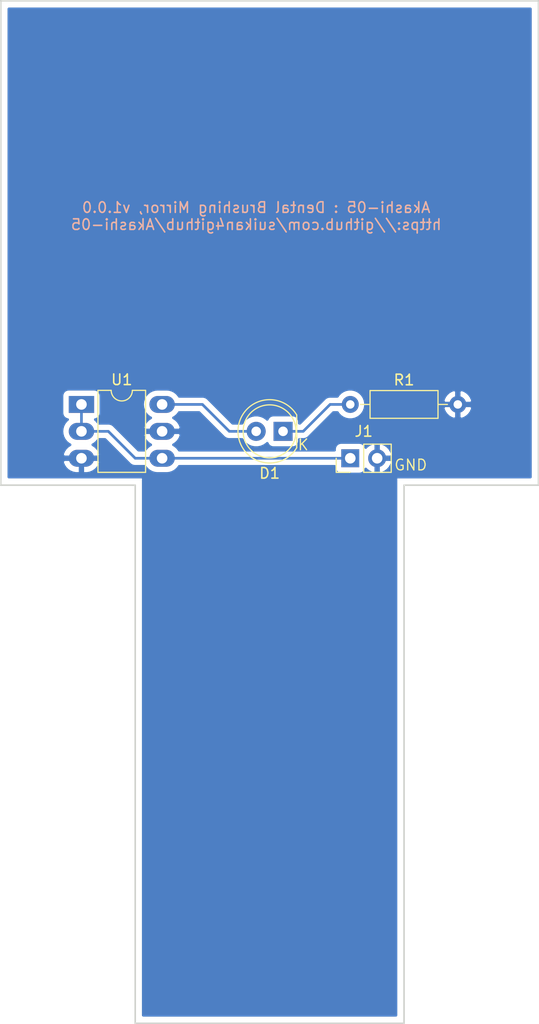
<source format=kicad_pcb>
(kicad_pcb (version 20171130) (host pcbnew 5.1.6-c6e7f7d~86~ubuntu16.04.1)

  (general
    (thickness 1.6)
    (drawings 13)
    (tracks 11)
    (zones 0)
    (modules 4)
    (nets 5)
  )

  (page A4)
  (layers
    (0 F.Cu signal)
    (31 B.Cu signal)
    (32 B.Adhes user)
    (33 F.Adhes user)
    (34 B.Paste user)
    (35 F.Paste user)
    (36 B.SilkS user)
    (37 F.SilkS user)
    (38 B.Mask user hide)
    (39 F.Mask user hide)
    (40 Dwgs.User user hide)
    (41 Cmts.User user hide)
    (42 Eco1.User user)
    (43 Eco2.User user hide)
    (44 Edge.Cuts user)
    (45 Margin user hide)
    (46 B.CrtYd user hide)
    (47 F.CrtYd user hide)
    (48 B.Fab user hide)
    (49 F.Fab user hide)
  )

  (setup
    (last_trace_width 0.25)
    (trace_clearance 0.2)
    (zone_clearance 0.508)
    (zone_45_only no)
    (trace_min 0.2)
    (via_size 0.6)
    (via_drill 0.4)
    (via_min_size 0.4)
    (via_min_drill 0.3)
    (uvia_size 0.3)
    (uvia_drill 0.1)
    (uvias_allowed no)
    (uvia_min_size 0.2)
    (uvia_min_drill 0.1)
    (edge_width 0.15)
    (segment_width 0.2)
    (pcb_text_width 0.3)
    (pcb_text_size 1.5 1.5)
    (mod_edge_width 0.15)
    (mod_text_size 1 1)
    (mod_text_width 0.15)
    (pad_size 2.4 1.6)
    (pad_drill 1)
    (pad_to_mask_clearance 0.2)
    (aux_axis_origin 132.08 99.06)
    (grid_origin 132.08 119.38)
    (visible_elements FFFFFF7F)
    (pcbplotparams
      (layerselection 0x010fc_ffffffff)
      (usegerberextensions true)
      (usegerberattributes false)
      (usegerberadvancedattributes false)
      (creategerberjobfile false)
      (excludeedgelayer true)
      (linewidth 0.100000)
      (plotframeref false)
      (viasonmask false)
      (mode 1)
      (useauxorigin false)
      (hpglpennumber 1)
      (hpglpenspeed 20)
      (hpglpendiameter 15.000000)
      (psnegative false)
      (psa4output false)
      (plotreference true)
      (plotvalue true)
      (plotinvisibletext false)
      (padsonsilk false)
      (subtractmaskfromsilk false)
      (outputformat 1)
      (mirror false)
      (drillshape 0)
      (scaleselection 1)
      (outputdirectory "gerber/"))
  )

  (net 0 "")
  (net 1 "Net-(D1-Pad1)")
  (net 2 "Net-(D1-Pad2)")
  (net 3 "Net-(J1-Pad1)")
  (net 4 GND)

  (net_class Default "This is the default net class."
    (clearance 0.2)
    (trace_width 0.25)
    (via_dia 0.6)
    (via_drill 0.4)
    (uvia_dia 0.3)
    (uvia_drill 0.1)
    (add_net GND)
    (add_net "Net-(D1-Pad1)")
    (add_net "Net-(D1-Pad2)")
    (add_net "Net-(J1-Pad1)")
  )

  (module LEDs:LED_D5.0mm (layer F.Cu) (tedit 5995936A) (tstamp 5EED99DC)
    (at 146.05 93.98 180)
    (descr "LED, diameter 5.0mm, 2 pins, http://cdn-reichelt.de/documents/datenblatt/A500/LL-504BC2E-009.pdf")
    (tags "LED diameter 5.0mm 2 pins")
    (path /5EED9793)
    (fp_text reference D1 (at 1.27 -3.96 180) (layer F.SilkS)
      (effects (font (size 1 1) (thickness 0.15)))
    )
    (fp_text value LED (at 1.27 3.96 180) (layer F.Fab)
      (effects (font (size 1 1) (thickness 0.15)))
    )
    (fp_circle (center 1.27 0) (end 3.77 0) (layer F.Fab) (width 0.1))
    (fp_circle (center 1.27 0) (end 3.77 0) (layer F.SilkS) (width 0.12))
    (fp_line (start -1.23 -1.469694) (end -1.23 1.469694) (layer F.Fab) (width 0.1))
    (fp_line (start -1.29 -1.545) (end -1.29 1.545) (layer F.SilkS) (width 0.12))
    (fp_line (start -1.95 -3.25) (end -1.95 3.25) (layer F.CrtYd) (width 0.05))
    (fp_line (start -1.95 3.25) (end 4.5 3.25) (layer F.CrtYd) (width 0.05))
    (fp_line (start 4.5 3.25) (end 4.5 -3.25) (layer F.CrtYd) (width 0.05))
    (fp_line (start 4.5 -3.25) (end -1.95 -3.25) (layer F.CrtYd) (width 0.05))
    (fp_arc (start 1.27 0) (end -1.23 -1.469694) (angle 299.1) (layer F.Fab) (width 0.1))
    (fp_arc (start 1.27 0) (end -1.29 -1.54483) (angle 148.9) (layer F.SilkS) (width 0.12))
    (fp_arc (start 1.27 0) (end -1.29 1.54483) (angle -148.9) (layer F.SilkS) (width 0.12))
    (fp_text user %R (at 1.25 0 180) (layer F.Fab)
      (effects (font (size 0.8 0.8) (thickness 0.2)))
    )
    (pad 1 thru_hole rect (at 0 0 180) (size 1.8 1.8) (drill 0.9) (layers *.Cu *.Mask)
      (net 1 "Net-(D1-Pad1)"))
    (pad 2 thru_hole circle (at 2.54 0 180) (size 1.8 1.8) (drill 0.9) (layers *.Cu *.Mask)
      (net 2 "Net-(D1-Pad2)"))
    (model ${KISYS3DMOD}/LEDs.3dshapes/LED_D5.0mm.wrl
      (at (xyz 0 0 0))
      (scale (xyz 0.393701 0.393701 0.393701))
      (rotate (xyz 0 0 0))
    )
  )

  (module Socket_Strips:Socket_Strip_Straight_1x02_Pitch2.54mm (layer F.Cu) (tedit 5EEDFC90) (tstamp 5EED99E2)
    (at 152.4 96.52 90)
    (descr "Through hole straight socket strip, 1x02, 2.54mm pitch, single row")
    (tags "Through hole socket strip THT 1x02 2.54mm single row")
    (path /5EED9754)
    (fp_text reference J1 (at 2.54 1.27 180) (layer F.SilkS)
      (effects (font (size 1 1) (thickness 0.15)))
    )
    (fp_text value Conn_01x02 (at 0 4.87 90) (layer F.Fab) hide
      (effects (font (size 1 1) (thickness 0.15)))
    )
    (fp_line (start -1.27 -1.27) (end -1.27 3.81) (layer F.Fab) (width 0.1))
    (fp_line (start -1.27 3.81) (end 1.27 3.81) (layer F.Fab) (width 0.1))
    (fp_line (start 1.27 3.81) (end 1.27 -1.27) (layer F.Fab) (width 0.1))
    (fp_line (start 1.27 -1.27) (end -1.27 -1.27) (layer F.Fab) (width 0.1))
    (fp_line (start -1.33 1.27) (end -1.33 3.87) (layer F.SilkS) (width 0.12))
    (fp_line (start -1.33 3.87) (end 1.33 3.87) (layer F.SilkS) (width 0.12))
    (fp_line (start 1.33 3.87) (end 1.33 1.27) (layer F.SilkS) (width 0.12))
    (fp_line (start 1.33 1.27) (end -1.33 1.27) (layer F.SilkS) (width 0.12))
    (fp_line (start -1.33 0) (end -1.33 -1.33) (layer F.SilkS) (width 0.12))
    (fp_line (start -1.33 -1.33) (end 0 -1.33) (layer F.SilkS) (width 0.12))
    (fp_line (start -1.8 -1.8) (end -1.8 4.35) (layer F.CrtYd) (width 0.05))
    (fp_line (start -1.8 4.35) (end 1.8 4.35) (layer F.CrtYd) (width 0.05))
    (fp_line (start 1.8 4.35) (end 1.8 -1.8) (layer F.CrtYd) (width 0.05))
    (fp_line (start 1.8 -1.8) (end -1.8 -1.8) (layer F.CrtYd) (width 0.05))
    (fp_text user %R (at 0 -2.33 90) (layer F.Fab)
      (effects (font (size 1 1) (thickness 0.15)))
    )
    (pad 1 thru_hole rect (at 0 0 90) (size 1.7 1.7) (drill 1) (layers *.Cu *.Mask)
      (net 3 "Net-(J1-Pad1)"))
    (pad 2 thru_hole oval (at 0 2.54 90) (size 1.7 1.7) (drill 1) (layers *.Cu *.Mask)
      (net 4 GND))
    (model ${KISYS3DMOD}/Socket_Strips.3dshapes/Socket_Strip_Straight_1x02_Pitch2.54mm.wrl
      (offset (xyz 0 -1.269999980926514 0))
      (scale (xyz 1 1 1))
      (rotate (xyz 0 0 270))
    )
  )

  (module Resistors_THT:R_Axial_DIN0207_L6.3mm_D2.5mm_P10.16mm_Horizontal (layer F.Cu) (tedit 5874F706) (tstamp 5EED99E8)
    (at 152.4 91.44)
    (descr "Resistor, Axial_DIN0207 series, Axial, Horizontal, pin pitch=10.16mm, 0.25W = 1/4W, length*diameter=6.3*2.5mm^2, http://cdn-reichelt.de/documents/datenblatt/B400/1_4W%23YAG.pdf")
    (tags "Resistor Axial_DIN0207 series Axial Horizontal pin pitch 10.16mm 0.25W = 1/4W length 6.3mm diameter 2.5mm")
    (path /5EED97D4)
    (fp_text reference R1 (at 5.08 -2.31) (layer F.SilkS)
      (effects (font (size 1 1) (thickness 0.15)))
    )
    (fp_text value R (at 5.08 2.31) (layer F.Fab)
      (effects (font (size 1 1) (thickness 0.15)))
    )
    (fp_line (start 1.93 -1.25) (end 1.93 1.25) (layer F.Fab) (width 0.1))
    (fp_line (start 1.93 1.25) (end 8.23 1.25) (layer F.Fab) (width 0.1))
    (fp_line (start 8.23 1.25) (end 8.23 -1.25) (layer F.Fab) (width 0.1))
    (fp_line (start 8.23 -1.25) (end 1.93 -1.25) (layer F.Fab) (width 0.1))
    (fp_line (start 0 0) (end 1.93 0) (layer F.Fab) (width 0.1))
    (fp_line (start 10.16 0) (end 8.23 0) (layer F.Fab) (width 0.1))
    (fp_line (start 1.87 -1.31) (end 1.87 1.31) (layer F.SilkS) (width 0.12))
    (fp_line (start 1.87 1.31) (end 8.29 1.31) (layer F.SilkS) (width 0.12))
    (fp_line (start 8.29 1.31) (end 8.29 -1.31) (layer F.SilkS) (width 0.12))
    (fp_line (start 8.29 -1.31) (end 1.87 -1.31) (layer F.SilkS) (width 0.12))
    (fp_line (start 0.98 0) (end 1.87 0) (layer F.SilkS) (width 0.12))
    (fp_line (start 9.18 0) (end 8.29 0) (layer F.SilkS) (width 0.12))
    (fp_line (start -1.05 -1.6) (end -1.05 1.6) (layer F.CrtYd) (width 0.05))
    (fp_line (start -1.05 1.6) (end 11.25 1.6) (layer F.CrtYd) (width 0.05))
    (fp_line (start 11.25 1.6) (end 11.25 -1.6) (layer F.CrtYd) (width 0.05))
    (fp_line (start 11.25 -1.6) (end -1.05 -1.6) (layer F.CrtYd) (width 0.05))
    (pad 1 thru_hole circle (at 0 0) (size 1.6 1.6) (drill 0.8) (layers *.Cu *.Mask)
      (net 1 "Net-(D1-Pad1)"))
    (pad 2 thru_hole oval (at 10.16 0) (size 1.6 1.6) (drill 0.8) (layers *.Cu *.Mask)
      (net 4 GND))
    (model ${KISYS3DMOD}/Resistors_THT.3dshapes/R_Axial_DIN0207_L6.3mm_D2.5mm_P10.16mm_Horizontal.wrl
      (at (xyz 0 0 0))
      (scale (xyz 0.393701 0.393701 0.393701))
      (rotate (xyz 0 0 0))
    )
  )

  (module Housings_DIP:DIP-6_W7.62mm_LongPads (layer F.Cu) (tedit 5EEDC7DF) (tstamp 5EED99F2)
    (at 127 91.44)
    (descr "6-lead though-hole mounted DIP package, row spacing 7.62 mm (300 mils), LongPads")
    (tags "THT DIP DIL PDIP 2.54mm 7.62mm 300mil LongPads")
    (path /5EED96B2)
    (fp_text reference U1 (at 3.81 -2.33) (layer F.SilkS)
      (effects (font (size 1 1) (thickness 0.15)))
    )
    (fp_text value AE-XCL102D503CR-G (at 1.27 7.62) (layer F.Fab)
      (effects (font (size 1 1) (thickness 0.15)))
    )
    (fp_line (start 1.635 -1.27) (end 6.985 -1.27) (layer F.Fab) (width 0.1))
    (fp_line (start 6.985 -1.27) (end 6.985 6.35) (layer F.Fab) (width 0.1))
    (fp_line (start 6.985 6.35) (end 0.635 6.35) (layer F.Fab) (width 0.1))
    (fp_line (start 0.635 6.35) (end 0.635 -0.27) (layer F.Fab) (width 0.1))
    (fp_line (start 0.635 -0.27) (end 1.635 -1.27) (layer F.Fab) (width 0.1))
    (fp_line (start 2.81 -1.33) (end 1.56 -1.33) (layer F.SilkS) (width 0.12))
    (fp_line (start 1.56 -1.33) (end 1.56 6.41) (layer F.SilkS) (width 0.12))
    (fp_line (start 1.56 6.41) (end 6.06 6.41) (layer F.SilkS) (width 0.12))
    (fp_line (start 6.06 6.41) (end 6.06 -1.33) (layer F.SilkS) (width 0.12))
    (fp_line (start 6.06 -1.33) (end 4.81 -1.33) (layer F.SilkS) (width 0.12))
    (fp_line (start -1.45 -1.55) (end -1.45 6.6) (layer F.CrtYd) (width 0.05))
    (fp_line (start -1.45 6.6) (end 9.1 6.6) (layer F.CrtYd) (width 0.05))
    (fp_line (start 9.1 6.6) (end 9.1 -1.55) (layer F.CrtYd) (width 0.05))
    (fp_line (start 9.1 -1.55) (end -1.45 -1.55) (layer F.CrtYd) (width 0.05))
    (fp_arc (start 3.81 -1.33) (end 2.81 -1.33) (angle -180) (layer F.SilkS) (width 0.12))
    (fp_text user %R (at 3.81 2.54) (layer F.Fab)
      (effects (font (size 1 1) (thickness 0.15)))
    )
    (pad 1 thru_hole rect (at 0 0) (size 2.4 1.6) (drill 1) (layers *.Cu *.Mask)
      (net 3 "Net-(J1-Pad1)"))
    (pad 4 thru_hole oval (at 7.62 5.08) (size 2.4 1.6) (drill 1) (layers *.Cu *.Mask)
      (net 3 "Net-(J1-Pad1)"))
    (pad 2 thru_hole oval (at 0 2.54) (size 2.4 1.6) (drill 1) (layers *.Cu *.Mask)
      (net 3 "Net-(J1-Pad1)"))
    (pad 5 thru_hole oval (at 7.62 2.54) (size 2.4 1.6) (drill 1) (layers *.Cu *.Mask)
      (net 4 GND))
    (pad 3 thru_hole oval (at 0 5.08) (size 2.4 1.6) (drill 1) (layers *.Cu *.Mask)
      (net 4 GND))
    (pad 6 thru_hole oval (at 7.62 0) (size 2.4 1.6) (drill 1) (layers *.Cu *.Mask)
      (net 2 "Net-(D1-Pad2)"))
    (model ${KISYS3DMOD}/Housings_DIP.3dshapes/DIP-6_W7.62mm.wrl
      (at (xyz 0 0 0))
      (scale (xyz 1 1 1))
      (rotate (xyz 0 0 0))
    )
  )

  (gr_text "Akashi-05 : Dental Brushing Mirror, v1.0.0\nhttps://github.com/suikan4github/Akashi-05" (at 143.51 73.66) (layer B.SilkS)
    (effects (font (size 1 1) (thickness 0.15)) (justify mirror))
  )
  (gr_line (start 119.38 53.34) (end 119.38 73.66) (angle 90) (layer Edge.Cuts) (width 0.15))
  (gr_line (start 170.18 53.34) (end 119.38 53.34) (angle 90) (layer Edge.Cuts) (width 0.15))
  (gr_line (start 170.18 73.66) (end 170.18 53.34) (angle 90) (layer Edge.Cuts) (width 0.15))
  (gr_text GND (at 158.115 97.155) (layer F.SilkS)
    (effects (font (size 1.016 1.016) (thickness 0.127)))
  )
  (gr_text K (at 147.955 95.25) (layer F.SilkS)
    (effects (font (size 1.016 1.016) (thickness 0.127)))
  )
  (gr_line (start 132.08 99.06) (end 132.08 149.86) (angle 90) (layer Edge.Cuts) (width 0.15))
  (gr_line (start 119.38 99.06) (end 132.08 99.06) (angle 90) (layer Edge.Cuts) (width 0.15))
  (gr_line (start 119.38 73.66) (end 119.38 99.06) (angle 90) (layer Edge.Cuts) (width 0.15))
  (gr_line (start 170.18 99.06) (end 170.18 73.66) (angle 90) (layer Edge.Cuts) (width 0.15))
  (gr_line (start 157.48 99.06) (end 170.18 99.06) (angle 90) (layer Edge.Cuts) (width 0.15))
  (gr_line (start 157.48 149.86) (end 157.48 99.06) (angle 90) (layer Edge.Cuts) (width 0.15))
  (gr_line (start 132.08 149.86) (end 157.48 149.86) (angle 90) (layer Edge.Cuts) (width 0.15))

  (segment (start 146.05 93.98) (end 147.955 93.98) (width 0.25) (layer B.Cu) (net 1))
  (segment (start 147.955 93.98) (end 150.495 91.44) (width 0.25) (layer B.Cu) (net 1))
  (segment (start 150.495 91.44) (end 152.4 91.44) (width 0.25) (layer B.Cu) (net 1))
  (segment (start 143.51 93.98) (end 140.97 93.98) (width 0.25) (layer B.Cu) (net 2))
  (segment (start 140.97 93.98) (end 138.43 91.44) (width 0.25) (layer B.Cu) (net 2))
  (segment (start 138.43 91.44) (end 134.62 91.44) (width 0.25) (layer B.Cu) (net 2))
  (segment (start 127 91.44) (end 127 93.98) (width 0.25) (layer B.Cu) (net 3))
  (segment (start 127 93.98) (end 129.54 93.98) (width 0.25) (layer B.Cu) (net 3))
  (segment (start 132.08 96.52) (end 134.62 96.52) (width 0.25) (layer B.Cu) (net 3))
  (segment (start 129.54 93.98) (end 132.08 96.52) (width 0.25) (layer B.Cu) (net 3))
  (segment (start 134.62 96.52) (end 152.4 96.52) (width 0.25) (layer B.Cu) (net 3))

  (zone (net 4) (net_name GND) (layer B.Cu) (tstamp 5EEF6458) (hatch edge 0.508)
    (connect_pads (clearance 0.508))
    (min_thickness 0.254)
    (fill yes (arc_segments 32) (thermal_gap 0.508) (thermal_bridge_width 0.508))
    (polygon
      (pts
        (xy 169.545 98.425) (xy 156.845 98.425) (xy 156.845 149.225) (xy 132.715 149.225) (xy 132.715 98.425)
        (xy 120.015 98.425) (xy 120.015 53.975) (xy 169.545 53.975)
      )
    )
    (filled_polygon
      (pts
        (xy 169.418 98.298) (xy 156.845 98.298) (xy 156.820224 98.30044) (xy 156.796399 98.307667) (xy 156.774443 98.319403)
        (xy 156.755197 98.335197) (xy 156.739403 98.354443) (xy 156.727667 98.376399) (xy 156.72044 98.400224) (xy 156.718 98.425)
        (xy 156.718 149.098) (xy 132.842 149.098) (xy 132.842 98.425) (xy 132.83956 98.400224) (xy 132.832333 98.376399)
        (xy 132.820597 98.354443) (xy 132.804803 98.335197) (xy 132.785557 98.319403) (xy 132.763601 98.307667) (xy 132.739776 98.30044)
        (xy 132.715 98.298) (xy 120.142 98.298) (xy 120.142 96.869039) (xy 125.208096 96.869039) (xy 125.225633 96.951818)
        (xy 125.336285 97.211646) (xy 125.4955 97.444895) (xy 125.697161 97.642601) (xy 125.933517 97.797166) (xy 126.195486 97.90265)
        (xy 126.473 97.955) (xy 126.873 97.955) (xy 126.873 96.647) (xy 127.127 96.647) (xy 127.127 97.955)
        (xy 127.527 97.955) (xy 127.804514 97.90265) (xy 128.066483 97.797166) (xy 128.302839 97.642601) (xy 128.5045 97.444895)
        (xy 128.663715 97.211646) (xy 128.774367 96.951818) (xy 128.791904 96.869039) (xy 128.669915 96.647) (xy 127.127 96.647)
        (xy 126.873 96.647) (xy 125.330085 96.647) (xy 125.208096 96.869039) (xy 120.142 96.869039) (xy 120.142 93.98)
        (xy 125.158057 93.98) (xy 125.185764 94.261309) (xy 125.267818 94.531808) (xy 125.401068 94.781101) (xy 125.580392 94.999608)
        (xy 125.798899 95.178932) (xy 125.926741 95.247265) (xy 125.697161 95.397399) (xy 125.4955 95.595105) (xy 125.336285 95.828354)
        (xy 125.225633 96.088182) (xy 125.208096 96.170961) (xy 125.330085 96.393) (xy 126.873 96.393) (xy 126.873 96.373)
        (xy 127.127 96.373) (xy 127.127 96.393) (xy 128.669915 96.393) (xy 128.791904 96.170961) (xy 128.774367 96.088182)
        (xy 128.663715 95.828354) (xy 128.5045 95.595105) (xy 128.302839 95.397399) (xy 128.073259 95.247265) (xy 128.201101 95.178932)
        (xy 128.419608 94.999608) (xy 128.598932 94.781101) (xy 128.620901 94.74) (xy 129.225199 94.74) (xy 131.516205 97.031008)
        (xy 131.539999 97.060001) (xy 131.568992 97.083795) (xy 131.568996 97.083799) (xy 131.639685 97.141811) (xy 131.655724 97.154974)
        (xy 131.787753 97.225546) (xy 131.931014 97.269003) (xy 132.042667 97.28) (xy 132.042676 97.28) (xy 132.079999 97.283676)
        (xy 132.117322 97.28) (xy 132.999099 97.28) (xy 133.021068 97.321101) (xy 133.200392 97.539608) (xy 133.418899 97.718932)
        (xy 133.668192 97.852182) (xy 133.938691 97.934236) (xy 134.149508 97.955) (xy 135.090492 97.955) (xy 135.301309 97.934236)
        (xy 135.571808 97.852182) (xy 135.821101 97.718932) (xy 136.039608 97.539608) (xy 136.218932 97.321101) (xy 136.240901 97.28)
        (xy 150.911928 97.28) (xy 150.911928 97.37) (xy 150.924188 97.494482) (xy 150.960498 97.61418) (xy 151.019463 97.724494)
        (xy 151.098815 97.821185) (xy 151.195506 97.900537) (xy 151.30582 97.959502) (xy 151.425518 97.995812) (xy 151.55 98.008072)
        (xy 153.25 98.008072) (xy 153.374482 97.995812) (xy 153.49418 97.959502) (xy 153.604494 97.900537) (xy 153.701185 97.821185)
        (xy 153.780537 97.724494) (xy 153.839502 97.61418) (xy 153.863966 97.533534) (xy 153.939731 97.617588) (xy 154.17308 97.791641)
        (xy 154.435901 97.916825) (xy 154.58311 97.961476) (xy 154.813 97.840155) (xy 154.813 96.647) (xy 155.067 96.647)
        (xy 155.067 97.840155) (xy 155.29689 97.961476) (xy 155.444099 97.916825) (xy 155.70692 97.791641) (xy 155.940269 97.617588)
        (xy 156.135178 97.401355) (xy 156.284157 97.151252) (xy 156.381481 96.876891) (xy 156.260814 96.647) (xy 155.067 96.647)
        (xy 154.813 96.647) (xy 154.793 96.647) (xy 154.793 96.393) (xy 154.813 96.393) (xy 154.813 95.199845)
        (xy 155.067 95.199845) (xy 155.067 96.393) (xy 156.260814 96.393) (xy 156.381481 96.163109) (xy 156.284157 95.888748)
        (xy 156.135178 95.638645) (xy 155.940269 95.422412) (xy 155.70692 95.248359) (xy 155.444099 95.123175) (xy 155.29689 95.078524)
        (xy 155.067 95.199845) (xy 154.813 95.199845) (xy 154.58311 95.078524) (xy 154.435901 95.123175) (xy 154.17308 95.248359)
        (xy 153.939731 95.422412) (xy 153.863966 95.506466) (xy 153.839502 95.42582) (xy 153.780537 95.315506) (xy 153.701185 95.218815)
        (xy 153.604494 95.139463) (xy 153.49418 95.080498) (xy 153.374482 95.044188) (xy 153.25 95.031928) (xy 151.55 95.031928)
        (xy 151.425518 95.044188) (xy 151.30582 95.080498) (xy 151.195506 95.139463) (xy 151.098815 95.218815) (xy 151.019463 95.315506)
        (xy 150.960498 95.42582) (xy 150.924188 95.545518) (xy 150.911928 95.67) (xy 150.911928 95.76) (xy 136.240901 95.76)
        (xy 136.218932 95.718899) (xy 136.039608 95.500392) (xy 135.821101 95.321068) (xy 135.693259 95.252735) (xy 135.922839 95.102601)
        (xy 136.1245 94.904895) (xy 136.283715 94.671646) (xy 136.394367 94.411818) (xy 136.411904 94.329039) (xy 136.289915 94.107)
        (xy 134.747 94.107) (xy 134.747 94.127) (xy 134.493 94.127) (xy 134.493 94.107) (xy 132.950085 94.107)
        (xy 132.828096 94.329039) (xy 132.845633 94.411818) (xy 132.956285 94.671646) (xy 133.1155 94.904895) (xy 133.317161 95.102601)
        (xy 133.546741 95.252735) (xy 133.418899 95.321068) (xy 133.200392 95.500392) (xy 133.021068 95.718899) (xy 132.999099 95.76)
        (xy 132.394803 95.76) (xy 130.103804 93.469003) (xy 130.080001 93.439999) (xy 129.964276 93.345026) (xy 129.832247 93.274454)
        (xy 129.688986 93.230997) (xy 129.577333 93.22) (xy 129.577322 93.22) (xy 129.54 93.216324) (xy 129.502678 93.22)
        (xy 128.620901 93.22) (xy 128.598932 93.178899) (xy 128.419608 92.960392) (xy 128.306518 92.867581) (xy 128.324482 92.865812)
        (xy 128.44418 92.829502) (xy 128.554494 92.770537) (xy 128.651185 92.691185) (xy 128.730537 92.594494) (xy 128.789502 92.48418)
        (xy 128.825812 92.364482) (xy 128.838072 92.24) (xy 128.838072 91.44) (xy 132.778057 91.44) (xy 132.805764 91.721309)
        (xy 132.887818 91.991808) (xy 133.021068 92.241101) (xy 133.200392 92.459608) (xy 133.418899 92.638932) (xy 133.546741 92.707265)
        (xy 133.317161 92.857399) (xy 133.1155 93.055105) (xy 132.956285 93.288354) (xy 132.845633 93.548182) (xy 132.828096 93.630961)
        (xy 132.950085 93.853) (xy 134.493 93.853) (xy 134.493 93.833) (xy 134.747 93.833) (xy 134.747 93.853)
        (xy 136.289915 93.853) (xy 136.411904 93.630961) (xy 136.394367 93.548182) (xy 136.283715 93.288354) (xy 136.1245 93.055105)
        (xy 135.922839 92.857399) (xy 135.693259 92.707265) (xy 135.821101 92.638932) (xy 136.039608 92.459608) (xy 136.218932 92.241101)
        (xy 136.240901 92.2) (xy 138.115199 92.2) (xy 140.406205 94.491008) (xy 140.429999 94.520001) (xy 140.458992 94.543795)
        (xy 140.458996 94.543799) (xy 140.529685 94.601811) (xy 140.545724 94.614974) (xy 140.677753 94.685546) (xy 140.821014 94.729003)
        (xy 140.932667 94.74) (xy 140.932676 94.74) (xy 140.969999 94.743676) (xy 141.007322 94.74) (xy 142.171687 94.74)
        (xy 142.317688 94.958505) (xy 142.531495 95.172312) (xy 142.782905 95.340299) (xy 143.062257 95.456011) (xy 143.358816 95.515)
        (xy 143.661184 95.515) (xy 143.957743 95.456011) (xy 144.237095 95.340299) (xy 144.488505 95.172312) (xy 144.554944 95.105873)
        (xy 144.560498 95.12418) (xy 144.619463 95.234494) (xy 144.698815 95.331185) (xy 144.795506 95.410537) (xy 144.90582 95.469502)
        (xy 145.025518 95.505812) (xy 145.15 95.518072) (xy 146.95 95.518072) (xy 147.074482 95.505812) (xy 147.19418 95.469502)
        (xy 147.304494 95.410537) (xy 147.401185 95.331185) (xy 147.480537 95.234494) (xy 147.539502 95.12418) (xy 147.575812 95.004482)
        (xy 147.588072 94.88) (xy 147.588072 94.74) (xy 147.917678 94.74) (xy 147.955 94.743676) (xy 147.992322 94.74)
        (xy 147.992333 94.74) (xy 148.103986 94.729003) (xy 148.247247 94.685546) (xy 148.379276 94.614974) (xy 148.495001 94.520001)
        (xy 148.518804 94.490997) (xy 150.809803 92.2) (xy 151.181957 92.2) (xy 151.285363 92.354759) (xy 151.485241 92.554637)
        (xy 151.720273 92.71168) (xy 151.981426 92.819853) (xy 152.258665 92.875) (xy 152.541335 92.875) (xy 152.818574 92.819853)
        (xy 153.079727 92.71168) (xy 153.314759 92.554637) (xy 153.514637 92.354759) (xy 153.67168 92.119727) (xy 153.779853 91.858574)
        (xy 153.793684 91.789039) (xy 161.168096 91.789039) (xy 161.208754 91.923087) (xy 161.328963 92.17742) (xy 161.496481 92.403414)
        (xy 161.704869 92.592385) (xy 161.946119 92.73707) (xy 162.21096 92.831909) (xy 162.433 92.710624) (xy 162.433 91.567)
        (xy 162.687 91.567) (xy 162.687 92.710624) (xy 162.90904 92.831909) (xy 163.173881 92.73707) (xy 163.415131 92.592385)
        (xy 163.623519 92.403414) (xy 163.791037 92.17742) (xy 163.911246 91.923087) (xy 163.951904 91.789039) (xy 163.829915 91.567)
        (xy 162.687 91.567) (xy 162.433 91.567) (xy 161.290085 91.567) (xy 161.168096 91.789039) (xy 153.793684 91.789039)
        (xy 153.835 91.581335) (xy 153.835 91.298665) (xy 153.793685 91.090961) (xy 161.168096 91.090961) (xy 161.290085 91.313)
        (xy 162.433 91.313) (xy 162.433 90.169376) (xy 162.687 90.169376) (xy 162.687 91.313) (xy 163.829915 91.313)
        (xy 163.951904 91.090961) (xy 163.911246 90.956913) (xy 163.791037 90.70258) (xy 163.623519 90.476586) (xy 163.415131 90.287615)
        (xy 163.173881 90.14293) (xy 162.90904 90.048091) (xy 162.687 90.169376) (xy 162.433 90.169376) (xy 162.21096 90.048091)
        (xy 161.946119 90.14293) (xy 161.704869 90.287615) (xy 161.496481 90.476586) (xy 161.328963 90.70258) (xy 161.208754 90.956913)
        (xy 161.168096 91.090961) (xy 153.793685 91.090961) (xy 153.779853 91.021426) (xy 153.67168 90.760273) (xy 153.514637 90.525241)
        (xy 153.314759 90.325363) (xy 153.079727 90.16832) (xy 152.818574 90.060147) (xy 152.541335 90.005) (xy 152.258665 90.005)
        (xy 151.981426 90.060147) (xy 151.720273 90.16832) (xy 151.485241 90.325363) (xy 151.285363 90.525241) (xy 151.181957 90.68)
        (xy 150.532322 90.68) (xy 150.494999 90.676324) (xy 150.457676 90.68) (xy 150.457667 90.68) (xy 150.346014 90.690997)
        (xy 150.202753 90.734454) (xy 150.070724 90.805026) (xy 150.070722 90.805027) (xy 150.070723 90.805027) (xy 149.983996 90.876201)
        (xy 149.983992 90.876205) (xy 149.954999 90.899999) (xy 149.931205 90.928992) (xy 147.640199 93.22) (xy 147.588072 93.22)
        (xy 147.588072 93.08) (xy 147.575812 92.955518) (xy 147.539502 92.83582) (xy 147.480537 92.725506) (xy 147.401185 92.628815)
        (xy 147.304494 92.549463) (xy 147.19418 92.490498) (xy 147.074482 92.454188) (xy 146.95 92.441928) (xy 145.15 92.441928)
        (xy 145.025518 92.454188) (xy 144.90582 92.490498) (xy 144.795506 92.549463) (xy 144.698815 92.628815) (xy 144.619463 92.725506)
        (xy 144.560498 92.83582) (xy 144.554944 92.854127) (xy 144.488505 92.787688) (xy 144.237095 92.619701) (xy 143.957743 92.503989)
        (xy 143.661184 92.445) (xy 143.358816 92.445) (xy 143.062257 92.503989) (xy 142.782905 92.619701) (xy 142.531495 92.787688)
        (xy 142.317688 93.001495) (xy 142.171687 93.22) (xy 141.284803 93.22) (xy 138.993804 90.929003) (xy 138.970001 90.899999)
        (xy 138.854276 90.805026) (xy 138.722247 90.734454) (xy 138.578986 90.690997) (xy 138.467333 90.68) (xy 138.467322 90.68)
        (xy 138.43 90.676324) (xy 138.392678 90.68) (xy 136.240901 90.68) (xy 136.218932 90.638899) (xy 136.039608 90.420392)
        (xy 135.821101 90.241068) (xy 135.571808 90.107818) (xy 135.301309 90.025764) (xy 135.090492 90.005) (xy 134.149508 90.005)
        (xy 133.938691 90.025764) (xy 133.668192 90.107818) (xy 133.418899 90.241068) (xy 133.200392 90.420392) (xy 133.021068 90.638899)
        (xy 132.887818 90.888192) (xy 132.805764 91.158691) (xy 132.778057 91.44) (xy 128.838072 91.44) (xy 128.838072 90.64)
        (xy 128.825812 90.515518) (xy 128.789502 90.39582) (xy 128.730537 90.285506) (xy 128.651185 90.188815) (xy 128.554494 90.109463)
        (xy 128.44418 90.050498) (xy 128.324482 90.014188) (xy 128.2 90.001928) (xy 125.8 90.001928) (xy 125.675518 90.014188)
        (xy 125.55582 90.050498) (xy 125.445506 90.109463) (xy 125.348815 90.188815) (xy 125.269463 90.285506) (xy 125.210498 90.39582)
        (xy 125.174188 90.515518) (xy 125.161928 90.64) (xy 125.161928 92.24) (xy 125.174188 92.364482) (xy 125.210498 92.48418)
        (xy 125.269463 92.594494) (xy 125.348815 92.691185) (xy 125.445506 92.770537) (xy 125.55582 92.829502) (xy 125.675518 92.865812)
        (xy 125.693482 92.867581) (xy 125.580392 92.960392) (xy 125.401068 93.178899) (xy 125.267818 93.428192) (xy 125.185764 93.698691)
        (xy 125.158057 93.98) (xy 120.142 93.98) (xy 120.142 54.102) (xy 169.418 54.102)
      )
    )
  )
)

</source>
